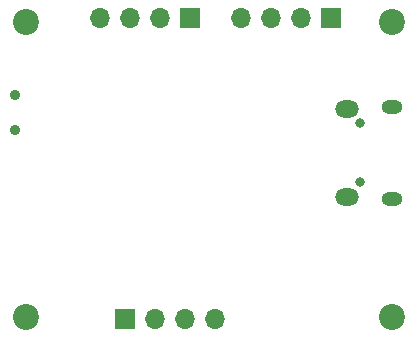
<source format=gbr>
%TF.GenerationSoftware,KiCad,Pcbnew,(6.0.7)*%
%TF.CreationDate,2022-08-14T12:50:59+03:00*%
%TF.ProjectId,STM32F103C8T6,53544d33-3246-4313-9033-433854362e6b,rev?*%
%TF.SameCoordinates,Original*%
%TF.FileFunction,Soldermask,Bot*%
%TF.FilePolarity,Negative*%
%FSLAX46Y46*%
G04 Gerber Fmt 4.6, Leading zero omitted, Abs format (unit mm)*
G04 Created by KiCad (PCBNEW (6.0.7)) date 2022-08-14 12:50:59*
%MOMM*%
%LPD*%
G01*
G04 APERTURE LIST*
%ADD10C,2.200000*%
%ADD11R,1.700000X1.700000*%
%ADD12O,1.700000X1.700000*%
%ADD13C,0.900000*%
%ADD14O,0.800000X0.800000*%
%ADD15O,2.000000X1.450000*%
%ADD16O,1.800000X1.150000*%
G04 APERTURE END LIST*
D10*
%TO.C,H3*%
X115000000Y-59000000D03*
%TD*%
%TO.C,H2*%
X115000000Y-84000000D03*
%TD*%
D11*
%TO.C,J1*%
X97900000Y-58700000D03*
D12*
X95360000Y-58700000D03*
X92820000Y-58700000D03*
X90280000Y-58700000D03*
%TD*%
D13*
%TO.C,SW1*%
X83070000Y-65200000D03*
X83070000Y-68200000D03*
%TD*%
D11*
%TO.C,J2*%
X92390000Y-84200000D03*
D12*
X94930000Y-84200000D03*
X97470000Y-84200000D03*
X100010000Y-84200000D03*
%TD*%
D11*
%TO.C,J3*%
X109800000Y-58700000D03*
D12*
X107260000Y-58700000D03*
X104720000Y-58700000D03*
X102180000Y-58700000D03*
%TD*%
D14*
%TO.C,J4*%
X112250000Y-67600000D03*
X112250000Y-72600000D03*
D15*
X111200000Y-73825000D03*
X111200000Y-66375000D03*
D16*
X115000000Y-73975000D03*
X115000000Y-66225000D03*
%TD*%
D10*
%TO.C,H1*%
X84000000Y-84000000D03*
%TD*%
%TO.C,H4*%
X84000000Y-59000000D03*
%TD*%
M02*

</source>
